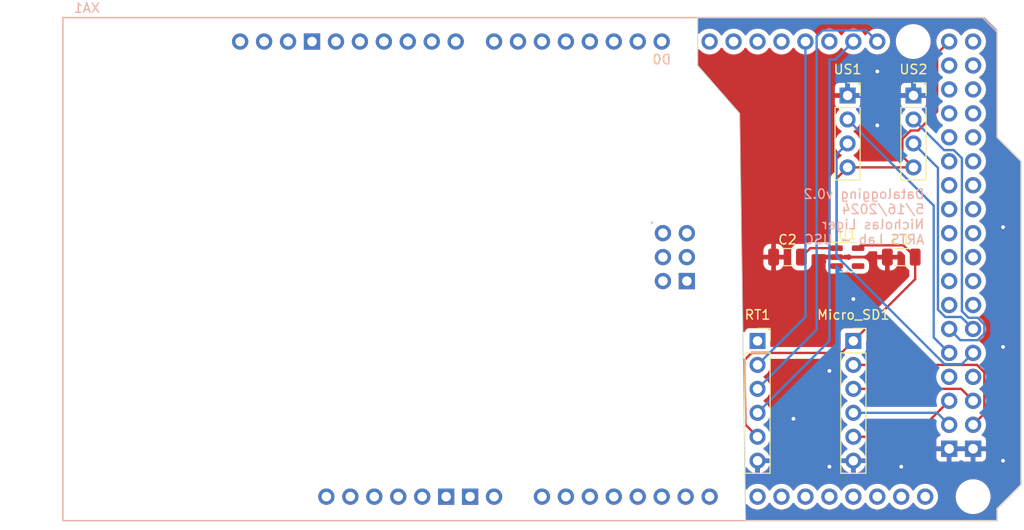
<source format=kicad_pcb>
(kicad_pcb (version 20221018) (generator pcbnew)
  (layers (0 "F.Cu" signal) (31 "B.Cu" signal) (34 "B.Paste" user) (35 "F.Paste" user) (36 "B.SilkS" user "B.Silkscreen") (37 "F.SilkS" user "F.Silkscreen") (38 "B.Mask" user) (39 "F.Mask" user) (44 "Edge.Cuts" user))
  (net 0 "")
  (net 1 "GND")
  (net 2 "Net-(Micro_SD1-3.3V)")
  (net 3 "Net-(Micro_SD1-CS)")
  (net 4 "Net-(Micro_SD1-MOSI)")
  (net 5 "Net-(Micro_SD1-CLK)")
  (net 6 "Net-(Micro_SD1-MISO)")
  (net 9 "Net-(U1-VIN)")
  (net 11 "Net-(RT1-~{INT}{slash}SQW)")
  (net 12 "Net-(RT1-SCL)")
  (net 53 "Net-(RT1-SDA)")
  (net 54 "Net-(US1-ECHO)")
  (net 92 "Net-(US1-TRIG)")
  (net 93 "Net-(US2-ECHO)")
  (net 94 "Net-(US2-TRIG)")
  (footprint "Connector_PinSocket_2.54mm:PinSocket_1x04_P2.54mm_Vertical" (layer "F.Cu") (at 194.335 81.925)
    (fp_text reference "US2" (at 0 -2.77) (layer "F.SilkS"))
    (fp_text value "JSN-04")
    (fp_line (start -1.33 1.27) (end -1.33 8.95) (stroke (width 0.12)) (layer "F.SilkS"))
    (fp_line (start -1.33 1.27) (end 1.33 1.27) (stroke (width 0.12)) (layer "F.SilkS"))
    (fp_line (start -1.33 8.95) (end 1.33 8.95) (stroke (width 0.12)) (layer "F.SilkS"))
    (fp_line (start 0 -1.33) (end 1.33 -1.33) (stroke (width 0.12)) (layer "F.SilkS"))
    (fp_line (start 1.33 -1.33) (end 1.33 0) (stroke (width 0.12)) (layer "F.SilkS"))
    (fp_line (start 1.33 1.27) (end 1.33 8.95) (stroke (width 0.12)) (layer "F.SilkS"))
    (pad "1" thru_hole rect (at 0 0) (size 1.7 1.7) (drill 1) (layers "*.Cu" "*.Mask") (net 1 "GND"))
    (pad "2" thru_hole oval (at 0 2.54) (size 1.7 1.7) (drill 1) (layers "*.Cu" "*.Mask") (net 93 "Net-(US2-ECHO)"))
    (pad "3" thru_hole oval (at 0 5.08) (size 1.7 1.7) (drill 1) (layers "*.Cu" "*.Mask") (net 94 "Net-(US2-TRIG)"))
    (pad "4" thru_hole oval (at 0 7.62) (size 1.7 1.7) (drill 1) (layers "*.Cu" "*.Mask") (net 9 "Net-(U1-VIN)"))
  )
  (footprint "Capacitor_SMD:C_1206_3216Metric" (layer "F.Cu") (at 180.975 99.06)
    (fp_text reference "C2" (at 0 -1.85) (layer "F.SilkS"))
    (fp_text value "1 µF")
    (fp_line (start -0.711252 -0.91) (end 0.711252 -0.91) (stroke (width 0.12)) (layer "F.SilkS"))
    (fp_line (start -0.711252 0.91) (end 0.711252 0.91) (stroke (width 0.12)) (layer "F.SilkS"))
    (pad "1" smd roundrect (at -1.475 0) (size 1.15 1.8) (layers "F.Cu" "F.Paste" "F.Mask") (roundrect_rratio 0.217391) (net 1 "GND"))
    (pad "2" smd roundrect (at 1.475 0) (size 1.15 1.8) (layers "F.Cu" "F.Paste" "F.Mask") (roundrect_rratio 0.217391) (net 9 "Net-(U1-VIN)"))
  )
  (footprint "Capacitor_SMD:C_1206_3216Metric" (layer "F.Cu") (at 193.04 99.06)
    (fp_text reference "C1" (at 0 -1.85) (layer "F.SilkS"))
    (fp_text value "1 µF")
    (fp_line (start -0.711252 -0.91) (end 0.711252 -0.91) (stroke (width 0.12)) (layer "F.SilkS"))
    (fp_line (start -0.711252 0.91) (end 0.711252 0.91) (stroke (width 0.12)) (layer "F.SilkS"))
    (pad "1" smd roundrect (at -1.475 0) (size 1.15 1.8) (layers "F.Cu" "F.Paste" "F.Mask") (roundrect_rratio 0.217391) (net 1 "GND"))
    (pad "2" smd roundrect (at 1.475 0) (size 1.15 1.8) (layers "F.Cu" "F.Paste" "F.Mask") (roundrect_rratio 0.217391) (net 2 "Net-(Micro_SD1-3.3V)"))
  )
  (footprint "Package_TO_SOT_SMD:SOT-23-5" (layer "F.Cu") (at 187.325 99.06)
    (fp_text reference "U1" (at 0 -2.4) (layer "F.SilkS"))
    (fp_text value "TC2014-3.3VxCTTR")
    (fp_line (start 0 -1.56) (end -1.8 -1.56) (stroke (width 0.12)) (layer "F.SilkS"))
    (fp_line (start 0 -1.56) (end 0.8 -1.56) (stroke (width 0.12)) (layer "F.SilkS"))
    (fp_line (start 0 1.56) (end -0.8 1.56) (stroke (width 0.12)) (layer "F.SilkS"))
    (fp_line (start 0 1.56) (end 0.8 1.56) (stroke (width 0.12)) (layer "F.SilkS"))
    (pad "1" smd roundrect (at -1.1375 -0.95) (size 1.325 0.6) (layers "F.Cu" "F.Paste" "F.Mask") (net 9 "Net-(U1-VIN)"))
    (pad "2" smd roundrect (at -1.1375 0) (size 1.325 0.6) (layers "F.Cu" "F.Paste" "F.Mask") (net 1 "GND"))
    (pad "3" smd roundrect (at -1.1375 0.95) (size 1.325 0.6) (layers "F.Cu" "F.Paste" "F.Mask"))
    (pad "4" smd roundrect (at 1.1375 0.95) (size 1.325 0.6) (layers "F.Cu" "F.Paste" "F.Mask"))
    (pad "5" smd roundrect (at 1.1375 -0.95) (size 1.325 0.6) (layers "F.Cu" "F.Paste" "F.Mask") (net 2 "Net-(Micro_SD1-3.3V)"))
  )
  (footprint "Connector_PinSocket_2.54mm:PinSocket_1x06_P2.54mm_Vertical" (layer "F.Cu") (at 177.8 107.95)
    (fp_text reference "RT1" (at 0 -2.77) (layer "F.SilkS"))
    (fp_text value "Real Time Clock")
    (fp_line (start -1.33 1.27) (end -1.33 14.03) (stroke (width 0.12)) (layer "F.SilkS"))
    (fp_line (start -1.33 1.27) (end 1.33 1.27) (stroke (width 0.12)) (layer "F.SilkS"))
    (fp_line (start -1.33 14.03) (end 1.33 14.03) (stroke (width 0.12)) (layer "F.SilkS"))
    (fp_line (start 0 -1.33) (end 1.33 -1.33) (stroke (width 0.12)) (layer "F.SilkS"))
    (fp_line (start 1.33 -1.33) (end 1.33 0) (stroke (width 0.12)) (layer "F.SilkS"))
    (fp_line (start 1.33 1.27) (end 1.33 14.03) (stroke (width 0.12)) (layer "F.SilkS"))
    (pad "1" thru_hole rect (at 0 0) (size 1.7 1.7) (drill 1) (layers "*.Cu" "*.Mask"))
    (pad "2" thru_hole oval (at 0 2.54) (size 1.7 1.7) (drill 1) (layers "*.Cu" "*.Mask") (net 11 "Net-(RT1-~{INT}{slash}SQW)"))
    (pad "3" thru_hole oval (at 0 5.08) (size 1.7 1.7) (drill 1) (layers "*.Cu" "*.Mask") (net 12 "Net-(RT1-SCL)"))
    (pad "4" thru_hole oval (at 0 7.62) (size 1.7 1.7) (drill 1) (layers "*.Cu" "*.Mask") (net 53 "Net-(RT1-SDA)"))
    (pad "5" thru_hole oval (at 0 10.16) (size 1.7 1.7) (drill 1) (layers "*.Cu" "*.Mask") (net 2 "Net-(Micro_SD1-3.3V)"))
    (pad "6" thru_hole oval (at 0 12.7) (size 1.7 1.7) (drill 1) (layers "*.Cu" "*.Mask") (net 1 "GND"))
  )
  (footprint "Connector_PinSocket_2.54mm:PinSocket_1x04_P2.54mm_Vertical" (layer "F.Cu") (at 187.35 81.925)
    (fp_text reference "US1" (at 0 -2.77) (layer "F.SilkS"))
    (fp_text value "JSN-04")
    (fp_line (start -1.33 1.27) (end -1.33 8.95) (stroke (width 0.12)) (layer "F.SilkS"))
    (fp_line (start -1.33 1.27) (end 1.33 1.27) (stroke (width 0.12)) (layer "F.SilkS"))
    (fp_line (start -1.33 8.95) (end 1.33 8.95) (stroke (width 0.12)) (layer "F.SilkS"))
    (fp_line (start 0 -1.33) (end 1.33 -1.33) (stroke (width 0.12)) (layer "F.SilkS"))
    (fp_line (start 1.33 -1.33) (end 1.33 0) (stroke (width 0.12)) (layer "F.SilkS"))
    (fp_line (start 1.33 1.27) (end 1.33 8.95) (stroke (width 0.12)) (layer "F.SilkS"))
    (pad "1" thru_hole rect (at 0 0) (size 1.7 1.7) (drill 1) (layers "*.Cu" "*.Mask") (net 1 "GND"))
    (pad "2" thru_hole oval (at 0 2.54) (size 1.7 1.7) (drill 1) (layers "*.Cu" "*.Mask") (net 54 "Net-(US1-ECHO)"))
    (pad "3" thru_hole oval (at 0 5.08) (size 1.7 1.7) (drill 1) (layers "*.Cu" "*.Mask") (net 92 "Net-(US1-TRIG)"))
    (pad "4" thru_hole oval (at 0 7.62) (size 1.7 1.7) (drill 1) (layers "*.Cu" "*.Mask") (net 9 "Net-(U1-VIN)"))
  )
  (footprint "Connector_PinSocket_2.54mm:PinSocket_1x06_P2.54mm_Vertical" (layer "F.Cu") (at 187.96 107.95)
    (fp_text reference "Micro_SD1" (at 0 -2.77) (layer "F.SilkS"))
    (fp_text value "microSD_small")
    (fp_line (start -1.33 1.27) (end -1.33 14.03) (stroke (width 0.12)) (layer "F.SilkS"))
    (fp_line (start -1.33 1.27) (end 1.33 1.27) (stroke (width 0.12)) (layer "F.SilkS"))
    (fp_line (start -1.33 14.03) (end 1.33 14.03) (stroke (width 0.12)) (layer "F.SilkS"))
    (fp_line (start 0 -1.33) (end 1.33 -1.33) (stroke (width 0.12)) (layer "F.SilkS"))
    (fp_line (start 1.33 -1.33) (end 1.33 0) (stroke (width 0.12)) (layer "F.SilkS"))
    (fp_line (start 1.33 1.27) (end 1.33 14.03) (stroke (width 0.12)) (layer "F.SilkS"))
    (pad "1" thru_hole rect (at 0 0) (size 1.7 1.7) (drill 1) (layers "*.Cu" "*.Mask") (net 2 "Net-(Micro_SD1-3.3V)"))
    (pad "2" thru_hole oval (at 0 2.54) (size 1.7 1.7) (drill 1) (layers "*.Cu" "*.Mask") (net 3 "Net-(Micro_SD1-CS)"))
    (pad "3" thru_hole oval (at 0 5.08) (size 1.7 1.7) (drill 1) (layers "*.Cu" "*.Mask") (net 4 "Net-(Micro_SD1-MOSI)"))
    (pad "4" thru_hole oval (at 0 7.62) (size 1.7 1.7) (drill 1) (layers "*.Cu" "*.Mask") (net 5 "Net-(Micro_SD1-CLK)"))
    (pad "5" thru_hole oval (at 0 10.16) (size 1.7 1.7) (drill 1) (layers "*.Cu" "*.Mask") (net 6 "Net-(Micro_SD1-MISO)"))
    (pad "6" thru_hole oval (at 0 12.7) (size 1.7 1.7) (drill 1) (layers "*.Cu" "*.Mask") (net 1 "GND"))
  )
  (footprint "PCM_arduino-library:Arduino_Mega2560_R3_Shield" (layer "F.Cu") (at 104.14 127)
    (fp_text reference "XA1" (at 2.54 -54.356) (layer "B.SilkS") (effects (justify mirror)))
    (fp_text value "Arduino_Mega2560_Shield")
    (fp_text user "." (at 62.484 -32.004) (layer "B.SilkS"))
    (fp_text user "D0" (at 63.5 -48.895 unlocked) (layer "B.SilkS") (effects (justify mirror)))
    (fp_text user "." (at 62.484 -32.004) (layer "F.SilkS"))
    (fp_text user "D0" (at 63.5 -48.895 unlocked) (layer "F.SilkS"))
    (fp_line (start 0 -53.34) (end 0 0) (stroke (width 0.15)) (layer "B.SilkS"))
    (fp_line (start 0 -53.34) (end 97.536 -53.34) (stroke (width 0.15)) (layer "B.SilkS"))
    (fp_line (start 0 0) (end 99.06 0) (stroke (width 0.15)) (layer "B.SilkS"))
    (fp_line (start 97.536 -53.34) (end 99.06 -51.816) (stroke (width 0.15)) (layer "B.SilkS"))
    (fp_line (start 99.06 -40.64) (end 99.06 -51.816) (stroke (width 0.15)) (layer "B.SilkS"))
    (fp_line (start 99.06 -1.27) (end 101.6 -3.81) (stroke (width 0.15)) (layer "B.SilkS"))
    (fp_line (start 99.06 0) (end 99.06 -1.27) (stroke (width 0.15)) (layer "B.SilkS"))
    (fp_line (start 101.6 -38.1) (end 99.06 -40.64) (stroke (width 0.15)) (layer "B.SilkS"))
    (fp_line (start 101.6 -3.81) (end 101.6 -38.1) (stroke (width 0.15)) (layer "B.SilkS"))
    (pad "" np_thru_hole circle (at 13.97 -2.54) (size 3.2 3.2) (drill 3.2) (layers "*.Cu" "*.Mask"))
    (pad "" np_thru_hole circle (at 15.24 -50.8) (size 3.2 3.2) (drill 3.2) (layers "*.Cu" "*.Mask"))
    (pad "" thru_hole oval (at 27.94 -2.54) (size 1.7272 1.7272) (drill 1.016) (layers "*.Cu" "*.Mask"))
    (pad "" np_thru_hole circle (at 66.04 -35.56) (size 3.2 3.2) (drill 3.2) (layers "*.Cu" "*.Mask"))
    (pad "" np_thru_hole circle (at 66.04 -7.62) (size 3.2 3.2) (drill 3.2) (layers "*.Cu" "*.Mask"))
    (pad "" np_thru_hole circle (at 90.17 -50.8) (size 3.2 3.2) (drill 3.2) (layers "*.Cu" "*.Mask"))
    (pad "" np_thru_hole circle (at 96.52 -2.54) (size 3.2 3.2) (drill 3.2) (layers "*.Cu" "*.Mask"))
    (pad "3V3" thru_hole oval (at 35.56 -2.54) (size 1.7272 1.7272) (drill 1.016) (layers "*.Cu" "*.Mask"))
    (pad "5V1" thru_hole oval (at 38.1 -2.54) (size 1.7272 1.7272) (drill 1.016) (layers "*.Cu" "*.Mask"))
    (pad "5V2" thru_hole oval (at 66.167 -30.48) (size 1.7272 1.7272) (drill 1.016) (layers "*.Cu" "*.Mask"))
    (pad "5V3" thru_hole oval (at 93.98 -50.8) (size 1.7272 1.7272) (drill 1.016) (layers "*.Cu" "*.Mask") (net 9 "Net-(U1-VIN)"))
    (pad "5V4" thru_hole oval (at 96.52 -50.8) (size 1.7272 1.7272) (drill 1.016) (layers "*.Cu" "*.Mask"))
    (pad "A0" thru_hole oval (at 50.8 -2.54) (size 1.7272 1.7272) (drill 1.016) (layers "*.Cu" "*.Mask"))
    (pad "A1" thru_hole oval (at 53.34 -2.54) (size 1.7272 1.7272) (drill 1.016) (layers "*.Cu" "*.Mask"))
    (pad "A2" thru_hole oval (at 55.88 -2.54) (size 1.7272 1.7272) (drill 1.016) (layers "*.Cu" "*.Mask"))
    (pad "A3" thru_hole oval (at 58.42 -2.54) (size 1.7272 1.7272) (drill 1.016) (layers "*.Cu" "*.Mask"))
    (pad "A4" thru_hole oval (at 60.96 -2.54) (size 1.7272 1.7272) (drill 1.016) (layers "*.Cu" "*.Mask"))
    (pad "A5" thru_hole oval (at 63.5 -2.54) (size 1.7272 1.7272) (drill 1.016) (layers "*.Cu" "*.Mask"))
    (pad "A6" thru_hole oval (at 66.04 -2.54) (size 1.7272 1.7272) (drill 1.016) (layers "*.Cu" "*.Mask"))
    (pad "A7" thru_hole oval (at 68.58 -2.54) (size 1.7272 1.7272) (drill 1.016) (layers "*.Cu" "*.Mask"))
    (pad "A8" thru_hole oval (at 73.66 -2.54) (size 1.7272 1.7272) (drill 1.016) (layers "*.Cu" "*.Mask"))
    (pad "A9" thru_hole oval (at 76.2 -2.54) (size 1.7272 1.7272) (drill 1.016) (layers "*.Cu" "*.Mask"))
    (pad "A10" thru_hole oval (at 78.74 -2.54) (size 1.7272 1.7272) (drill 1.016) (layers "*.Cu" "*.Mask"))
    (pad "A11" thru_hole oval (at 81.28 -2.54) (size 1.7272 1.7272) (drill 1.016) (layers "*.Cu" "*.Mask"))
    (pad "A12" thru_hole oval (at 83.82 -2.54) (size 1.7272 1.7272) (drill 1.016) (layers "*.Cu" "*.Mask"))
    (pad "A13" thru_hole oval (at 86.36 -2.54) (size 1.7272 1.7272) (drill 1.016) (layers "*.Cu" "*.Mask"))
    (pad "A14" thru_hole oval (at 88.9 -2.54) (size 1.7272 1.7272) (drill 1.016) (layers "*.Cu" "*.Mask"))
    (pad "A15" thru_hole oval (at 91.44 -2.54) (size 1.7272 1.7272) (drill 1.016) (layers "*.Cu" "*.Mask"))
    (pad "AREF" thru_hole oval (at 23.876 -50.8) (size 1.7272 1.7272) (drill 1.016) (layers "*.Cu" "*.Mask"))
    (pad "D0" thru_hole oval (at 63.5 -50.8) (size 1.7272 1.7272) (drill 1.016) (layers "*.Cu" "*.Mask"))
    (pad "D1" thru_hole oval (at 60.96 -50.8) (size 1.7272 1.7272) (drill 1.016) (layers "*.Cu" "*.Mask"))
    (pad "D2" thru_hole oval (at 58.42 -50.8) (size 1.7272 1.7272) (drill 1.016) (layers "*.Cu" "*.Mask"))
    (pad "D3" thru_hole oval (at 55.88 -50.8) (size 1.7272 1.7272) (drill 1.016) (layers "*.Cu" "*.Mask"))
    (pad "D4" thru_hole oval (at 53.34 -50.8) (size 1.7272 1.7272) (drill 1.016) (layers "*.Cu" "*.Mask"))
    (pad "D5" thru_hole oval (at 50.8 -50.8) (size 1.7272 1.7272) (drill 1.016) (layers "*.Cu" "*.Mask"))
    (pad "D6" thru_hole oval (at 48.26 -50.8) (size 1.7272 1.7272) (drill 1.016) (layers "*.Cu" "*.Mask"))
    (pad "D7" thru_hole oval (at 45.72 -50.8) (size 1.7272 1.7272) (drill 1.016) (layers "*.Cu" "*.Mask"))
    (pad "D8" thru_hole oval (at 41.656 -50.8) (size 1.7272 1.7272) (drill 1.016) (layers "*.Cu" "*.Mask"))
    (pad "D9" thru_hole oval (at 39.116 -50.8) (size 1.7272 1.7272) (drill 1.016) (layers "*.Cu" "*.Mask"))
    (pad "D10" thru_hole oval (at 36.576 -50.8) (size 1.7272 1.7272) (drill 1.016) (layers "*.Cu" "*.Mask"))
    (pad "D11" thru_hole oval (at 34.036 -50.8) (size 1.7272 1.7272) (drill 1.016) (layers "*.Cu" "*.Mask"))
    (pad "D12" thru_hole oval (at 31.496 -50.8) (size 1.7272 1.7272) (drill 1.016) (layers "*.Cu" "*.Mask"))
    (pad "D13" thru_hole oval (at 28.956 -50.8) (size 1.7272 1.7272) (drill 1.016) (layers "*.Cu" "*.Mask"))
    (pad "D14" thru_hole oval (at 68.58 -50.8) (size 1.7272 1.7272) (drill 1.016) (layers "*.Cu" "*.Mask"))
    (pad "D15" thru_hole oval (at 71.12 -50.8) (size 1.7272 1.7272) (drill 1.016) (layers "*.Cu" "*.Mask"))
    (pad "D16" thru_hole oval (at 73.66 -50.8) (size 1.7272 1.7272) (drill 1.016) (layers "*.Cu" "*.Mask"))
    (pad "D17" thru_hole oval (at 76.2 -50.8) (size 1.7272 1.7272) (drill 1.016) (layers "*.Cu" "*.Mask"))
    (pad "D18" thru_hole oval (at 78.74 -50.8) (size 1.7272 1.7272) (drill 1.016) (layers "*.Cu" "*.Mask") (net 11 "Net-(RT1-~{INT}{slash}SQW)"))
    (pad "D19" thru_hole oval (at 81.28 -50.8) (size 1.7272 1.7272) (drill 1.016) (layers "*.Cu" "*.Mask"))
    (pad "D20" thru_hole oval (at 83.82 -50.8) (size 1.7272 1.7272) (drill 1.016) (layers "*.Cu" "*.Mask") (net 53 "Net-(RT1-SDA)"))
    (pad "D21" thru_hole oval (at 86.36 -50.8) (size 1.7272 1.7272) (drill 1.016) (layers "*.Cu" "*.Mask") (net 12 "Net-(RT1-SCL)"))
    (pad "D22" thru_hole oval (at 93.98 -48.26) (size 1.7272 1.7272) (drill 1.016) (layers "*.Cu" "*.Mask"))
    (pad "D23" thru_hole oval (at 96.52 -48.26) (size 1.7272 1.7272) (drill 1.016) (layers "*.Cu" "*.Mask"))
    (pad "D24" thru_hole oval (at 93.98 -45.72) (size 1.7272 1.7272) (drill 1.016) (layers "*.Cu" "*.Mask"))
    (pad "D25" thru_hole oval (at 96.52 -45.72) (size 1.7272 1.7272) (drill 1.016) (layers "*.Cu" "*.Mask"))
    (pad "D26" thru_hole oval (at 93.98 -43.18) (size 1.7272 1.7272) (drill 1.016) (layers "*.Cu" "*.Mask"))
    (pad "D27" thru_hole oval (at 96.52 -43.18) (size 1.7272 1.7272) (drill 1.016) (layers "*.Cu" "*.Mask"))
    (pad "D28" thru_hole oval (at 93.98 -40.64) (size 1.7272 1.7272) (drill 1.016) (layers "*.Cu" "*.Mask"))
    (pad "D29" thru_hole oval (at 96.52 -40.64) (size 1.7272 1.7272) (drill 1.016) (layers "*.Cu" "*.Mask"))
    (pad "D30" thru_hole oval (at 93.98 -38.1) (size 1.7272 1.7272) (drill 1.016) (layers "*.Cu" "*.Mask"))
    (pad "D31" thru_hole oval (at 96.52 -38.1) (size 1.7272 1.7272) (drill 1.016) (layers "*.Cu" "*.Mask"))
    (pad "D32" thru_hole oval (at 93.98 -35.56) (size 1.7272 1.7272) (drill 1.016) (layers "*.Cu" "*.Mask"))
    (pad "D33" thru_hole oval (at 96.52 -35.56) (size 1.7272 1.7272) (drill 1.016) (layers "*.Cu" "*.Mask"))
    (pad "D34" thru_hole oval (at 93.98 -33.02) (size 1.7272 1.7272) (drill 1.016) (layers "*.Cu" "*.Mask"))
    (pad "D35" thru_hole oval (at 96.52 -33.02) (size 1.7272 1.7272) (drill 1.016) (layers "*.Cu" "*.Mask"))
    (pad "D36" thru_hole oval (at 93.98 -30.48) (size 1.7272 1.7272) (drill 1.016) (layers "*.Cu" "*.Mask"))
    (pad "D37" thru_hole oval (at 96.52 -30.48) (size 1.7272 1.7272) (drill 1.016) (layers "*.Cu" "*.Mask"))
    (pad "D38" thru_hole oval (at 93.98 -27.94) (size 1.7272 1.7272) (drill 1.016) (layers "*.Cu" "*.Mask"))
    (pad "D39" thru_hole oval (at 96.52 -27.94) (size 1.7272 1.7272) (drill 1.016) (layers "*.Cu" "*.Mask"))
    (pad "D40" thru_hole oval (at 93.98 -25.4) (size 1.7272 1.7272) (drill 1.016) (layers "*.Cu" "*.Mask"))
    (pad "D41" thru_hole oval (at 96.52 -25.4) (size 1.7272 1.7272) (drill 1.016) (layers "*.Cu" "*.Mask"))
    (pad "D42" thru_hole oval (at 93.98 -22.86) (size 1.7272 1.7272) (drill 1.016) (layers "*.Cu" "*.Mask"))
    (pad "D43" thru_hole oval (at 96.52 -22.86) (size 1.7272 1.7272) (drill 1.016) (layers "*.Cu" "*.Mask"))
    (pad "D44" thru_hole oval (at 93.98 -20.32) (size 1.7272 1.7272) (drill 1.016) (layers "*.Cu" "*.Mask") (net 93 "Net-(US2-ECHO)"))
    (pad "D45" thru_hole oval (at 96.52 -20.32) (size 1.7272 1.7272) (drill 1.016) (layers "*.Cu" "*.Mask") (net 94 "Net-(US2-TRIG)"))
    (pad "D46" thru_hole oval (at 93.98 -17.78) (size 1.7272 1.7272) (drill 1.016) (layers "*.Cu" "*.Mask") (net 54 "Net-(US1-ECHO)"))
    (pad "D47" thru_hole oval (at 96.52 -17.78) (size 1.7272 1.7272) (drill 1.016) (layers "*.Cu" "*.Mask") (net 92 "Net-(US1-TRIG)"))
    (pad "D48" thru_hole oval (at 93.98 -15.24) (size 1.7272 1.7272) (drill 1.016) (layers "*.Cu" "*.Mask"))
    (pad "D49" thru_hole oval (at 96.52 -15.24) (size 1.7272 1.7272) (drill 1.016) (layers "*.Cu" "*.Mask"))
    (pad "D50" thru_hole oval (at 93.98 -12.7) (size 1.7272 1.7272) (drill 1.016) (layers "*.Cu" "*.Mask") (net 6 "Net-(Micro_SD1-MISO)"))
    (pad "D51" thru_hole oval (at 96.52 -12.7) (size 1.7272 1.7272) (drill 1.016) (layers "*.Cu" "*.Mask") (net 4 "Net-(Micro_SD1-MOSI)"))
    (pad "D52" thru_hole oval (at 93.98 -10.16) (size 1.7272 1.7272) (drill 1.016) (layers "*.Cu" "*.Mask") (net 5 "Net-(Micro_SD1-CLK)"))
    (pad "D53" thru_hole oval (at 96.52 -10.16) (size 1.7272 1.7272) (drill 1.016) (layers "*.Cu" "*.Mask") (net 3 "Net-(Micro_SD1-CS)"))
    (pad "GND1" thru_hole rect (at 26.416 -50.8) (size 1.7272 1.7272) (drill 1.016) (layers "*.Cu" "*.Mask"))
    (pad "GND2" thru_hole rect (at 40.64 -2.54) (size 1.7272 1.7272) (drill 1.016) (layers "*.Cu" "*.Mask"))
    (pad "GND3" thru_hole rect (at 43.18 -2.54) (size 1.7272 1.7272) (drill 1.016) (layers "*.Cu" "*.Mask"))
    (pad "GND4" thru_hole rect (at 66.167 -25.4) (size 1.7272 1.7272) (drill 1.016) (layers "*.Cu" "*.Mask"))
    (pad "GND5" thru_hole rect (at 93.98 -7.62) (size 1.7272 1.7272) (drill 1.016) (layers "*.Cu" "*.Mask") (net 1 "GND"))
    (pad "GND6" thru_hole rect (at 96.52 -7.62) (size 1.7272 1.7272) (drill 1.016) (layers "*.Cu" "*.Mask") (net 1 "GND"))
    (pad "IORF" thru_hole oval (at 30.48 -2.54) (size 1.7272 1.7272) (drill 1.016) (layers "*.Cu" "*.Mask"))
    (pad "MISO" thru_hole oval (at 63.627 -30.48) (size 1.7272 1.7272) (drill 1.016) (layers "*.Cu" "*.Mask"))
    (pad "MOSI" thru_hole oval (at 66.167 -27.94) (size 1.7272 1.7272) (drill 1.016) (layers "*.Cu" "*.Mask"))
    (pad "RST1" thru_hole oval (at 33.02 -2.54) (size 1.7272 1.7272) (drill 1.016) (layers "*.Cu" "*.Mask"))
    (pad "RST2" thru_hole oval (at 63.627 -25.4) (size 1.7272 1.7272) (drill 1.016) (layers "*.Cu" "*.Mask"))
    (pad "SCK" thru_hole oval (at 63.627 -27.94) (size 1.7272 1.7272) (drill 1.016) (layers "*.Cu" "*.Mask"))
    (pad "SCL" thru_hole oval (at 18.796 -50.8) (size 1.7272 1.7272) (drill 1.016) (layers "*.Cu" "*.Mask"))
    (pad "SDA" thru_hole oval (at 21.336 -50.8) (size 1.7272 1.7272) (drill 1.016) (layers "*.Cu" "*.Mask"))
    (pad "VIN" thru_hole oval (at 45.72 -2.54) (size 1.7272 1.7272) (drill 1.016) (layers "*.Cu" "*.Mask"))
  )
  (gr_line (start 171.45 73.66) (end 201.93 73.66) (stroke (width 0.1)) (layer "Edge.Cuts"))
  (gr_line (start 171.45 78.74) (end 171.45 73.66) (stroke (width 0.1)) (layer "Edge.Cuts"))
  (gr_line (start 203.2 86.36) (end 205.74 88.9) (stroke (width 0.1)) (layer "Edge.Cuts"))
  (gr_line (start 205.74 123.19) (end 203.2 125.73) (stroke (width 0.1)) (layer "Edge.Cuts"))
  (gr_line (start 176.53 127) (end 175.895 83.82) (stroke (width 0.1)) (layer "Edge.Cuts"))
  (gr_line (start 203.2 127) (end 176.53 127) (stroke (width 0.1)) (layer "Edge.Cuts"))
  (gr_line (start 203.2 74.93) (end 203.2 86.36) (stroke (width 0.1)) (layer "Edge.Cuts"))
  (gr_line (start 203.2 125.73) (end 203.2 127) (stroke (width 0.1)) (layer "Edge.Cuts"))
  (gr_line (start 205.74 88.9) (end 205.74 123.19) (stroke (width 0.1)) (layer "Edge.Cuts"))
  (gr_line (start 201.93 73.66) (end 203.2 74.93) (stroke (width 0.1)) (layer "Edge.Cuts"))
  (gr_line (start 175.895 83.82) (end 171.45 78.74) (stroke (width 0.1)) (layer "Edge.Cuts"))
  (gr_text "Datalogging v0.2\n5/16/2024\nNicholas Liger\nARTS Lab - USC" (at 195.58 97.79) (layer "B.SilkS") (effects (font (size 1 1)) (justify left bottom mirror)))
  (via (at 203.835 120.65) (size 0.8) (drill 0.4) (layers "F.Cu" "B.Cu") (net 1))
  (via (at 187.96 103.505) (size 0.8) (drill 0.4) (layers "F.Cu" "B.Cu") (net 1))
  (via (at 190.5 85.09) (size 0.8) (drill 0.4) (layers "F.Cu" "B.Cu") (net 1))
  (via (at 190.5 79.375) (size 0.8) (drill 0.4) (layers "F.Cu" "B.Cu") (net 1))
  (via (at 185.42 121.285) (size 0.8) (drill 0.4) (layers "F.Cu" "B.Cu") (net 1))
  (via (at 185.42 111.125) (size 0.8) (drill 0.4) (layers "F.Cu" "B.Cu") (net 1))
  (via (at 193.04 121.285) (size 0.8) (drill 0.4) (layers "F.Cu" "B.Cu") (net 1))
  (via (at 181.61 116.205) (size 0.8) (drill 0.4) (layers "F.Cu" "B.Cu") (net 1))
  (via (at 203.835 108.585) (size 0.8) (drill 0.4) (layers "F.Cu" "B.Cu") (net 1))
  (via (at 203.835 95.885) (size 0.8) (drill 0.4) (layers "F.Cu" "B.Cu") (net 1))
  (segment (start 176.505237 116.815237) (end 177.8 118.11) (width 0.25) (layer "F.Cu") (net 2))
  (segment (start 187.96 107.95) (end 186.69 109.22) (width 0.25) (layer "F.Cu") (net 2))
  (segment (start 176.441534 112.483434) (end 176.505237 116.815237) (width 0.25) (layer "F.Cu") (net 2))
  (segment (start 186.69 109.22) (end 177.165 109.22) (width 0.25) (layer "F.Cu") (net 2))
  (segment (start 194.515 99.06) (end 193.265 97.81) (width 0.25) (layer "F.Cu") (net 2))
  (segment (start 177.165 109.22) (end 176.441534 109.943466) (width 0.25) (layer "F.Cu") (net 2))
  (segment (start 176.441534 109.943466) (end 176.441534 112.483434) (width 0.25) (layer "F.Cu") (net 2))
  (segment (start 194.515 101.395) (end 187.96 107.95) (width 0.25) (layer "F.Cu") (net 2))
  (segment (start 194.515 99.06) (end 194.515 101.395) (width 0.25) (layer "F.Cu") (net 2))
  (segment (start 193.265 97.81) (end 188.7625 97.81) (width 0.25) (layer "F.Cu") (net 2))
  (segment (start 188.7625 97.81) (end 188.4625 98.11) (width 0.25) (layer "F.Cu") (net 2))
  (segment (start 201.8486 115.6514) (end 200.66 116.84) (width 0.25) (layer "F.Cu") (net 3))
  (segment (start 187.96 110.49) (end 201.070935 110.49) (width 0.25) (layer "F.Cu") (net 3))
  (segment (start 201.8486 111.267665) (end 201.8486 115.6514) (width 0.25) (layer "F.Cu") (net 3))
  (segment (start 201.070935 110.49) (end 201.8486 111.267665) (width 0.25) (layer "F.Cu") (net 3))
  (segment (start 199.39 113.03) (end 200.66 114.3) (width 0.25) (layer "F.Cu") (net 4))
  (segment (start 187.96 113.03) (end 199.39 113.03) (width 0.25) (layer "F.Cu") (net 4))
  (segment (start 196.85 115.57) (end 198.12 116.84) (width 0.25) (layer "B.Cu") (net 5))
  (segment (start 187.96 115.57) (end 196.85 115.57) (width 0.25) (layer "B.Cu") (net 5))
  (segment (start 194.31 118.11) (end 198.12 114.3) (width 0.25) (layer "F.Cu") (net 6))
  (segment (start 187.96 118.11) (end 194.31 118.11) (width 0.25) (layer "F.Cu") (net 6))
  (segment (start 186.1875 98.11) (end 183.4 98.11) (width 0.25) (layer "F.Cu") (net 9))
  (segment (start 193.16 88.37) (end 193.16 86.518299) (width 0.25) (layer "F.Cu") (net 9))
  (segment (start 183.4 98.11) (end 182.45 99.06) (width 0.25) (layer "F.Cu") (net 9))
  (segment (start 196.85 83.611701) (end 196.85 77.47) (width 0.25) (layer "F.Cu") (net 9))
  (segment (start 193.16 86.518299) (end 194.038299 85.64) (width 0.25) (layer "F.Cu") (net 9))
  (segment (start 194.038299 85.64) (end 194.821701 85.64) (width 0.25) (layer "F.Cu") (net 9))
  (segment (start 196.85 77.47) (end 198.12 76.2) (width 0.25) (layer "F.Cu") (net 9))
  (segment (start 194.335 89.545) (end 187.35 89.545) (width 0.25) (layer "F.Cu") (net 9))
  (segment (start 186.1875 90.7075) (end 186.1875 98.11) (width 0.25) (layer "F.Cu") (net 9))
  (segment (start 194.821701 85.64) (end 196.85 83.611701) (width 0.25) (layer "F.Cu") (net 9))
  (segment (start 194.335 89.545) (end 193.16 88.37) (width 0.25) (layer "F.Cu") (net 9))
  (segment (start 187.35 89.545) (end 186.1875 90.7075) (width 0.25) (layer "F.Cu") (net 9))
  (segment (start 177.8 110.49) (end 182.88 105.41) (width 0.25) (layer "B.Cu") (net 11))
  (segment (start 182.88 105.41) (end 182.88 76.2) (width 0.25) (layer "B.Cu") (net 11))
  (segment (start 184.0686 106.7614) (end 184.0686 75.6464) (width 0.25) (layer "B.Cu") (net 12))
  (segment (start 189.3114 75.0114) (end 190.5 76.2) (width 0.25) (layer "B.Cu") (net 12))
  (segment (start 184.7036 75.0114) (end 189.3114 75.0114) (width 0.25) (layer "B.Cu") (net 12))
  (segment (start 184.0686 75.6464) (end 184.7036 75.0114) (width 0.25) (layer "B.Cu") (net 12))
  (segment (start 177.8 113.03) (end 184.0686 106.7614) (width 0.25) (layer "B.Cu") (net 12))
  (segment (start 185.42 78.105) (end 186.055 78.105) (width 0.25) (layer "B.Cu") (net 53))
  (segment (start 185.42 107.95) (end 185.42 78.105) (width 0.25) (layer "B.Cu") (net 53))
  (segment (start 177.8 115.57) (end 185.42 107.95) (width 0.25) (layer "B.Cu") (net 53))
  (segment (start 186.055 78.105) (end 187.96 76.2) (width 0.25) (layer "B.Cu") (net 53))
  (segment (start 196.4814 107.5814) (end 198.12 109.22) (width 0.25) (layer "B.Cu") (net 54))
  (segment (start 187.35 84.465) (end 196.4814 93.5964) (width 0.25) (layer "B.Cu") (net 54))
  (segment (start 196.4814 93.5964) (end 196.4814 107.5814) (width 0.25) (layer "B.Cu") (net 54))
  (segment (start 187.35 87.005) (end 186.175 88.18) (width 0.25) (layer "B.Cu") (net 92))
  (segment (start 186.175 88.18) (end 186.175 98.955935) (width 0.25) (layer "B.Cu") (net 92))
  (segment (start 197.627665 110.4086) (end 199.4714 110.4086) (width 0.25) (layer "B.Cu") (net 92))
  (segment (start 186.175 98.955935) (end 197.627665 110.4086) (width 0.25) (layer "B.Cu") (net 92))
  (segment (start 199.4714 110.4086) (end 200.66 109.22) (width 0.25) (layer "B.Cu") (net 92))
  (segment (start 200.167665 105.4914) (end 201.152335 105.4914) (width 0.25) (layer "B.Cu") (net 93))
  (segment (start 201.8486 107.172335) (end 201.152335 107.8686) (width 0.25) (layer "B.Cu") (net 93))
  (segment (start 201.8486 106.187665) (end 201.8486 107.172335) (width 0.25) (layer "B.Cu") (net 93))
  (segment (start 194.335 84.465) (end 197.5814 87.7114) (width 0.25) (layer "B.Cu") (net 93))
  (segment (start 199.4714 104.795135) (end 200.167665 105.4914) (width 0.25) (layer "B.Cu") (net 93))
  (segment (start 198.612335 87.7114) (end 199.4714 88.570465) (width 0.25) (layer "B.Cu") (net 93))
  (segment (start 199.3086 107.8686) (end 198.12 106.68) (width 0.25) (layer "B.Cu") (net 93))
  (segment (start 197.5814 87.7114) (end 198.612335 87.7114) (width 0.25) (layer "B.Cu") (net 93))
  (segment (start 201.152335 105.4914) (end 201.8486 106.187665) (width 0.25) (layer "B.Cu") (net 93))
  (segment (start 201.152335 107.8686) (end 199.3086 107.8686) (width 0.25) (layer "B.Cu") (net 93))
  (segment (start 199.4714 88.570465) (end 199.4714 104.795135) (width 0.25) (layer "B.Cu") (net 93))
  (segment (start 197.709065 105.41) (end 199.39 105.41) (width 0.25) (layer "B.Cu") (net 94))
  (segment (start 194.335 87.005) (end 196.9314 89.6014) (width 0.25) (layer "B.Cu") (net 94))
  (segment (start 196.9314 89.6014) (end 196.9314 104.632335) (width 0.25) (layer "B.Cu") (net 94))
  (segment (start 196.9314 104.632335) (end 197.709065 105.41) (width 0.25) (layer "B.Cu") (net 94))
  (segment (start 199.39 105.41) (end 200.66 106.68) (width 0.25) (layer "B.Cu") (net 94))
  (zone (net 1) (net_name "GND") (layer "F.Cu") (connect_pads (clearance 0.5)) (min_thickness 0.25) (fill yes (thermal_gap 0.5) (thermal_bridge_width 0.5))
    (polygon (pts (xy 171.45 73.66) (xy 201.93 73.66) (xy 203.2 74.93) (xy 203.2 86.36) (xy 205.74 88.9) (xy 205.74 123.19) (xy 203.2 125.73) (xy 203.2 127) (xy 176.53 127) (xy 175.895 83.82) (xy 171.45 78.74)))
  )
  (zone (net 1) (net_name "GND") (layer "B.Cu") (priority 1) (connect_pads (clearance 0.5)) (min_thickness 0.25) (fill yes (thermal_gap 0.5) (thermal_bridge_width 0.5))
    (polygon (pts (xy 171.45 73.66) (xy 201.93 73.66) (xy 203.2 74.93) (xy 203.2 86.36) (xy 205.74 88.9) (xy 205.74 123.19) (xy 203.2 125.73) (xy 203.2 127) (xy 176.53 127) (xy 175.895 83.82) (xy 171.45 78.74)))
  )
)
</source>
